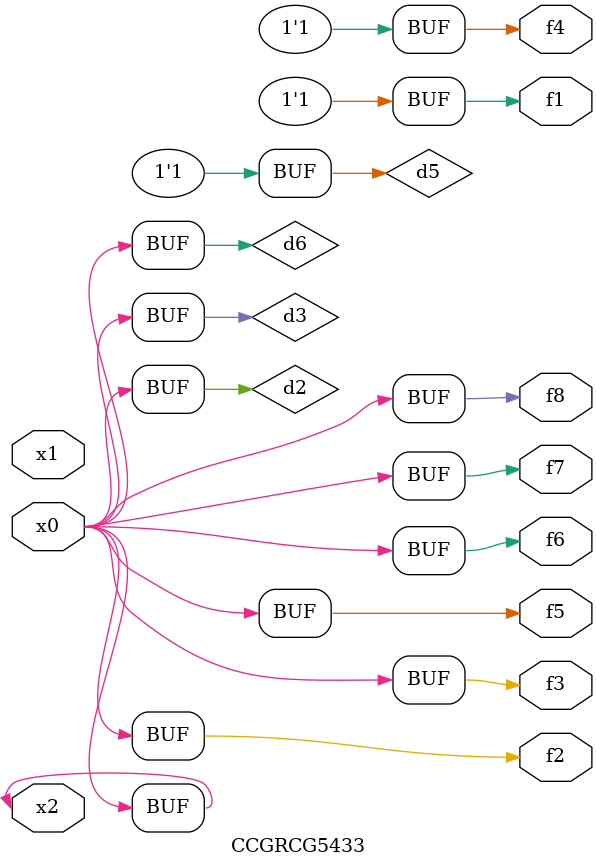
<source format=v>
module CCGRCG5433(
	input x0, x1, x2,
	output f1, f2, f3, f4, f5, f6, f7, f8
);

	wire d1, d2, d3, d4, d5, d6;

	xnor (d1, x2);
	buf (d2, x0, x2);
	and (d3, x0);
	xnor (d4, x1, x2);
	nand (d5, d1, d3);
	buf (d6, d2, d3);
	assign f1 = d5;
	assign f2 = d6;
	assign f3 = d6;
	assign f4 = d5;
	assign f5 = d6;
	assign f6 = d6;
	assign f7 = d6;
	assign f8 = d6;
endmodule

</source>
